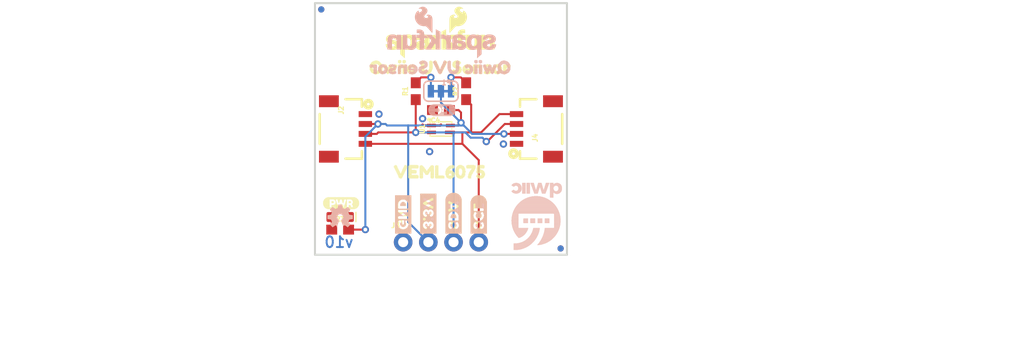
<source format=kicad_pcb>
(kicad_pcb (version 20211014) (generator pcbnew)
  (layers (0 "F.Cu" signal) (1 "In1.Cu" signal) (2 "In2.Cu" signal) (31 "B.Cu" signal) (34 "B.Paste" user) (35 "F.Paste" user) (36 "B.SilkS" user "B.Silkscreen") (37 "F.SilkS" user "F.Silkscreen") (38 "B.Mask" user) (39 "F.Mask" user) (44 "Edge.Cuts" user))
  (net 0 "")
  (net 1 "3.3V")
  (net 2 "GND")
  (net 3 "N$3")
  (net 4 "SDA")
  (net 5 "SCL")
  (net 6 "N$4")
  (net 7 "N$5")
  (footprint "boardEagle:1X04_1MM_RA" (layer "F.Cu") (at 156.1211 105.0036 90)
    (fp_text reference "J4" (at -1.397 2.159 90) (layer "F.SilkS") (effects (font (size 0.48768 0.48768) (thickness 0.12192)) (justify left bottom)))
    (fp_text value "")
    (pad "1" smd rect (at -1.5 0 90) (size 0.6 1.35) (layers "F.Cu" "F.Paste" "F.Mask") (net 2 "GND"))
    (pad "2" smd rect (at -0.5 0 90) (size 0.6 1.35) (layers "F.Cu" "F.Paste" "F.Mask") (net 1 "3.3V"))
    (pad "3" smd rect (at 0.5 0 90) (size 0.6 1.35) (layers "F.Cu" "F.Paste" "F.Mask") (net 4 "SDA"))
    (pad "4" smd rect (at 1.5 0 90) (size 0.6 1.35) (layers "F.Cu" "F.Paste" "F.Mask") (net 5 "SCL"))
    (pad "NC1" smd rect (at 2.8 3.675 90) (size 1.2 2) (layers "F.Cu" "F.Paste" "F.Mask"))
    (pad "NC2" smd rect (at -2.8 3.675 90) (size 1.2 2) (layers "F.Cu" "F.Paste" "F.Mask"))
  )
  (footprint "boardEagle:1X04_1MM_RA" (layer "F.Cu") (at 140.8811 105.0036 -90)
    (fp_text reference "J2" (at -1.397 2.159 -90) (layer "F.SilkS") (effects (font (size 0.48768 0.48768) (thickness 0.12192)) (justify left bottom)))
    (fp_text value "")
    (pad "1" smd rect (at -1.5 0 270) (size 0.6 1.35) (layers "F.Cu" "F.Paste" "F.Mask") (net 2 "GND"))
    (pad "2" smd rect (at -0.5 0 270) (size 0.6 1.35) (layers "F.Cu" "F.Paste" "F.Mask") (net 1 "3.3V"))
    (pad "3" smd rect (at 0.5 0 270) (size 0.6 1.35) (layers "F.Cu" "F.Paste" "F.Mask") (net 4 "SDA"))
    (pad "4" smd rect (at 1.5 0 270) (size 0.6 1.35) (layers "F.Cu" "F.Paste" "F.Mask") (net 5 "SCL"))
    (pad "NC1" smd rect (at 2.8 3.675 270) (size 1.2 2) (layers "F.Cu" "F.Paste" "F.Mask"))
    (pad "NC2" smd rect (at -2.8 3.675 270) (size 1.2 2) (layers "F.Cu" "F.Paste" "F.Mask"))
  )
  (footprint "boardEagle:3#3V2" (layer "F.Cu") (at 147.2311 116.0526 90)
    (fp_text reference "U$21" hide)
    (fp_text value "" hide)
  )
  (footprint "boardEagle:SCL9" (layer "F.Cu") (at 152.3111 116.0526 90)
    (fp_text reference "U$26" hide)
    (fp_text value "" hide)
  )
  (footprint "boardEagle:GND1" (layer "F.Cu") (at 144.6911 116.0526 90)
    (fp_text reference "U$22" hide)
    (fp_text value "" hide)
  )
  (footprint "boardEagle:0603" (layer "F.Cu") (at 145.9611 101.1936 90)
    (fp_text reference "R1" (at 0 -0.762 90) (layer "F.SilkS") (effects (font (size 0.48768 0.48768) (thickness 0.12192)) (justify bottom)))
    (fp_text value "2.2k")
    (pad "1" smd rect (at -0.85 0 90) (size 1.1 1) (layers "F.Cu" "F.Paste" "F.Mask") (net 4 "SDA"))
    (pad "2" smd rect (at 0.85 0 90) (size 1.1 1) (layers "F.Cu" "F.Paste" "F.Mask") (net 6 "N$4"))
  )
  (footprint "boardEagle:MICRO-FIDUCIAL" (layer "F.Cu") (at 136.4361 92.9386)
    (fp_text reference "JP6" hide)
    (fp_text value "FIDUCIALUFIDUCIAL" hide)
    (pad "1" smd roundrect (at 0 0) (size 0.635 0.635) (layers "F.Cu" "F.Mask") (roundrect_rratio 0.5))
  )
  (footprint "boardEagle:STAND-OFF" (layer "F.Cu") (at 138.3411 94.8436)
    (fp_text reference "JP3" hide)
    (fp_text value "STAND-OFF" hide)
    (pad "" np_thru_hole circle (at 0 0) (size 3.302 3.302) (drill 3.302) (layers *.Cu *.Mask))
  )
  (footprint "boardEagle:REVISION" (layer "F.Cu") (at 135.8011 127.8636)
    (fp_text reference "LOGO2" hide)
    (fp_text value "REVISION" hide)
  )
  (footprint "boardEagle:CREATIVE_COMMONS" (layer "F.Cu") (at 124.3711 125.3236)
    (fp_text reference "FRAME1" hide)
    (fp_text value "FRAME-LETTER" hide)
  )
  (footprint "boardEagle:PWR-()-03" (layer "F.Cu") (at 136.5631 112.4966)
    (fp_text reference "U$16" hide)
    (fp_text value "" hide)
  )
  (footprint "boardEagle:QWIIC_UV_SENSOR1" (layer "F.Cu") (at 140.1191 98.7806)
    (fp_text reference "U$5" hide)
    (fp_text value "" hide)
  )
  (footprint "boardEagle:VEML6075_A3OP" (layer "F.Cu") (at 148.5011 105.0036)
    (fp_text reference "U1" (at -1.6 0 90) (layer "F.SilkS") (effects (font (size 0.48768 0.48768) (thickness 0.12192)) (justify bottom)))
    (fp_text value "VEML6075")
    (pad "1" smd rect (at -0.95 -0.35) (size 0.9 0.35) (layers "F.Cu" "F.Paste" "F.Mask") (net 2 "GND"))
    (pad "2" smd rect (at -0.95 0.35) (size 0.9 0.35) (layers "F.Cu" "F.Paste" "F.Mask") (net 4 "SDA"))
    (pad "3" smd rect (at 0.9 0.35) (size 1 0.35) (layers "F.Cu" "F.Paste" "F.Mask") (net 5 "SCL"))
    (pad "4" smd rect (at 0.95 -0.35 180) (size 0.9 0.35) (layers "F.Cu" "F.Paste" "F.Mask") (net 1 "3.3V"))
  )
  (footprint "boardEagle:MICRO-FIDUCIAL" (layer "F.Cu") (at 160.5661 117.0686)
    (fp_text reference "JP5" hide)
    (fp_text value "FIDUCIALUFIDUCIAL" hide)
    (pad "1" smd roundrect (at 0 0) (size 0.635 0.635) (layers "F.Cu" "F.Mask") (roundrect_rratio 0.5))
  )
  (footprint "boardEagle:0603" (layer "F.Cu") (at 151.0411 101.1936 90)
    (fp_text reference "R2" (at 0 -0.762 90) (layer "F.SilkS") (effects (font (size 0.48768 0.48768) (thickness 0.12192)) (justify bottom)))
    (fp_text value "2.2k")
    (pad "1" smd rect (at -0.85 0 90) (size 1.1 1) (layers "F.Cu" "F.Paste" "F.Mask") (net 5 "SCL"))
    (pad "2" smd rect (at 0.85 0 90) (size 1.1 1) (layers "F.Cu" "F.Paste" "F.Mask") (net 7 "N$5"))
  )
  (footprint "boardEagle:LED-0603" (layer "F.Cu") (at 138.3411 113.8936)
    (fp_text reference "D1" (at 0 -0.635) (layer "F.SilkS") (effects (font (size 0.48768 0.48768) (thickness 0.12192)) (justify bottom)))
    (fp_text value "RED")
    (pad "A" smd roundrect (at -0.877 0 270) (size 1 1) (layers "F.Cu" "F.Paste" "F.Mask") (roundrect_rratio 0.15) (net 3 "N$3"))
    (pad "C" smd roundrect (at 0.877 0 270) (size 1 1) (layers "F.Cu" "F.Paste" "F.Mask") (roundrect_rratio 0.15) (net 2 "GND"))
  )
  (footprint "boardEagle:0603" (layer "F.Cu") (at 138.3411 115.1636)
    (fp_text reference "R3" (at 0 -0.762) (layer "F.SilkS") (effects (font (size 0.48768 0.48768) (thickness 0.12192)) (justify bottom)))
    (fp_text value "1k")
    (pad "1" smd rect (at -0.85 0) (size 1.1 1) (layers "F.Cu" "F.Paste" "F.Mask") (net 3 "N$3"))
    (pad "2" smd rect (at 0.85 0) (size 1.1 1) (layers "F.Cu" "F.Paste" "F.Mask") (net 1 "3.3V"))
  )
  (footprint "boardEagle:SFE_LOGO_NAME_FLAME_.1" (layer "F.Cu") (at 148.5011 96.3676)
    (fp_text reference "U$1" hide)
    (fp_text value "SFE_LOGO_NAME_FLAME.1_INCH" hide)
  )
  (footprint "boardEagle:STAND-OFF" (layer "F.Cu") (at 158.6611 94.8436 90)
    (fp_text reference "JP4" hide)
    (fp_text value "STAND-OFF" hide)
    (pad "" np_thru_hole circle (at 0 0 90) (size 3.302 3.302) (drill 3.302) (layers *.Cu *.Mask))
  )
  (footprint "boardEagle:SDA8" (layer "F.Cu") (at 149.7711 116.0526 90)
    (fp_text reference "U$27" hide)
    (fp_text value "" hide)
  )
  (footprint "boardEagle:_VEML60750" (layer "F.Cu") (at 142.1511 109.3216)
    (fp_text reference "U$6" hide)
    (fp_text value "" hide)
  )
  (footprint "boardEagle:1X04_NO_SILK" (layer "F.Cu") (at 144.6911 116.4336)
    (fp_text reference "J3" (at -1.27 -1.397) (layer "F.SilkS") (effects (font (size 0.48768 0.48768) (thickness 0.12192)) (justify left bottom)))
    (fp_text value "PTH")
    (pad "1" thru_hole circle (at 0 0 90) (size 1.8796 1.8796) (drill 1.016) (layers *.Cu *.Mask) (net 2 "GND"))
    (pad "2" thru_hole circle (at 2.54 0 90) (size 1.8796 1.8796) (drill 1.016) (layers *.Cu *.Mask) (net 1 "3.3V"))
    (pad "3" thru_hole circle (at 5.08 0 90) (size 1.8796 1.8796) (drill 1.016) (layers *.Cu *.Mask) (net 4 "SDA"))
    (pad "4" thru_hole circle (at 7.62 0 90) (size 1.8796 1.8796) (drill 1.016) (layers *.Cu *.Mask) (net 5 "SCL"))
  )
  (footprint "boardEagle:0603" (layer "F.Cu") (at 148.5011 103.0986 180)
    (fp_text reference "C4" (at 0 -0.762 180) (layer "F.SilkS") (effects (font (size 0.48768 0.48768) (thickness 0.12192)) (justify right top)))
    (fp_text value "0.1uF")
    (pad "1" smd rect (at -0.85 0 180) (size 1.1 1) (layers "F.Cu" "F.Paste" "F.Mask") (net 1 "3.3V"))
    (pad "2" smd rect (at 0.85 0 180) (size 1.1 1) (layers "F.Cu" "F.Paste" "F.Mask") (net 2 "GND"))
  )
  (footprint "boardEagle:SCL9" (layer "B.Cu") (at 152.3111 116.0526 90)
    (fp_text reference "U$9" hide)
    (fp_text value "" hide)
  )
  (footprint "boardEagle:MICRO-FIDUCIAL" (layer "B.Cu") (at 160.5661 117.0686 180)
    (fp_text reference "JP2" hide)
    (fp_text value "FIDUCIALUFIDUCIAL" hide)
    (pad "1" smd roundrect (at 0 0 180) (size 0.635 0.635) (layers "B.Cu" "B.Mask") (roundrect_rratio 0.5))
  )
  (footprint "boardEagle:SDA8" (layer "B.Cu") (at 149.7711 116.0526 90)
    (fp_text reference "U$8" hide)
    (fp_text value "" hide)
  )
  (footprint "boardEagle:OSHW-LOGO-MINI" (layer "B.Cu") (at 138.3411 113.8936 180)
    (fp_text reference "LOGO1" hide)
    (fp_text value "OSHW-LOGOMINI" hide)
  )
  (footprint "boardEagle:SFE_LOGO_NAME_FLAME_.1" (layer "B.Cu") (at 148.5011 96.3676 180)
    (fp_text reference "U$2" hide)
    (fp_text value "SFE_LOGO_NAME_FLAME.1_INCH" hide)
  )
  (footprint "boardEagle:I_SUPER2_C-()-03" (layer "B.Cu") (at 150.0251 103.0986 180)
    (fp_text reference "U$10" hide)
    (fp_text value "" hide)
  )
  (footprint "boardEagle:QWIIC-LOGO-MEDIUM" (layer "B.Cu") (at 158.1531 113.7666 180)
    (fp_text reference "U$3" hide)
    (fp_text value "" hide)
  )
  (footprint "boardEagle:GND1" (layer "B.Cu") (at 144.6911 116.0526 90)
    (fp_text reference "U$4" hide)
    (fp_text value "" hide)
  )
  (footprint "boardEagle:SMT-JUMPER_3_2-NC_TRACE_SILK" (layer "B.Cu") (at 148.5011 101.1936 180)
    (fp_text reference "JP1" (at 0 1.143) (layer "B.SilkS") (effects (font (size 0.48768 0.48768) (thickness 0.12192)) (justify right top mirror)))
    (fp_text value "I2C")
    (fp_poly (pts (xy -0.7112 -0.127) (xy -0.3048 -0.127) (xy -0.3048 0.127) (xy -0.7112 0.127)) (layer "B.Cu") (width 0) (fill solid))
    (fp_poly (pts (xy 0.3048 -0.127) (xy 0.7112 -0.127) (xy 0.7112 0.127) (xy 0.3048 0.127)) (layer "B.Cu") (width 0) (fill solid))
    (pad "1" smd rect (at -1.016 0 180) (size 0.635 1.27) (layers "B.Cu" "B.Mask") (net 7 "N$5"))
    (pad "2" smd rect (at 0 0 180) (size 0.635 1.27) (layers "B.Cu" "B.Mask") (net 1 "3.3V"))
    (pad "3" smd rect (at 1.016 0 180) (size 0.635 1.27) (layers "B.Cu" "B.Mask") (net 6 "N$4"))
  )
  (footprint "boardEagle:QWIIC_UV_SENSOR1" (layer "B.Cu") (at 156.7053 98.7806 180)
    (fp_text reference "U$11" hide)
    (fp_text value "" hide)
  )
  (footprint "boardEagle:MICRO-FIDUCIAL" (layer "B.Cu") (at 136.4361 92.9386 180)
    (fp_text reference "JP7" hide)
    (fp_text value "FIDUCIALUFIDUCIAL" hide)
    (pad "1" smd roundrect (at 0 0 180) (size 0.635 0.635) (layers "B.Cu" "B.Mask") (roundrect_rratio 0.5))
  )
  (footprint "boardEagle:3#3V2" (layer "B.Cu") (at 147.2311 116.0526 90)
    (fp_text reference "U$7" hide)
    (fp_text value "" hide)
  )
  (gr_line (start 135.8011 117.7036) (end 161.2011 117.7036) (layer "Edge.Cuts") (width 0.2032))
  (gr_line (start 135.8011 92.3036) (end 135.8011 117.7036) (layer "Edge.Cuts") (width 0.2032))
  (gr_line (start 161.2011 117.7036) (end 161.2011 92.3036) (layer "Edge.Cuts") (width 0.2032))
  (gr_line (start 161.2011 92.3036) (end 135.8011 92.3036) (layer "Edge.Cuts") (width 0.2032))
  (gr_text "v10" (at 138.2141 116.4336) (layer "B.Cu") (effects (font (size 1.0795 1.0795) (thickness 0.1905)) (justify mirror)))
  (segment (start 150.5246 103.3441) (end 150.5246 104.3771) (width 0.2032) (layer "F.Cu") (net 1))
  (segment (start 150.2791 103.0986) (end 150.5246 103.3441) (width 0.2032) (layer "F.Cu") (net 1))
  (segment (start 156.1211 105.5036) (end 154.8511 105.5036) (width 0.2032) (layer "F.Cu") (net 1))
  (segment (start 140.8811 104.5036) (end 142.1511 104.5036) (width 0.2032) (layer "F.Cu") (net 1))
  (segment (start 139.1911 115.1636) (end 140.8811 115.1636) (width 0.2032) (layer "F.Cu") (net 1))
  (segment (start 150.5246 104.3771) (end 150.2481 104.6536) (width 0.2032) (layer "F.Cu") (net 1))
  (segment (start 149.3511 103.0986) (end 150.2791 103.0986) (width 0.2032) (layer "F.Cu") (net 1))
  (segment (start 150.2481 104.6536) (end 149.4511 104.6536) (width 0.2032) (layer "F.Cu") (net 1))
  (via (at 140.8811 115.1636) (size 0.7366) (drill 0.381) (layers "F.Cu" "B.Cu") (net 1))
  (via (at 142.1511 104.5036) (size 0.7366) (drill 0.381) (layers "F.Cu" "B.Cu") (net 1))
  (via (at 154.8511 105.5036) (size 0.7366) (drill 0.381) (layers "F.Cu" "B.Cu") (net 1))
  (via (at 150.5246 104.3771) (size 0.7366) (drill 0.381) (layers "F.Cu" "B.Cu") (net 1))
  (segment (start 140.8811 115.1636) (end 140.8811 105.7736) (width 0.2032) (layer "B.Cu") (net 1))
  (segment (start 151.6511 105.5036) (end 150.8011 104.6536) (width 0.2032) (layer "B.Cu") (net 1))
  (segment (start 147.2311 116.4336) (end 145.1991 114.4016) (width 0.2032) (layer "B.Cu") (net 1))
  (segment (start 142.9211 104.5036) (end 143.0711 104.6536) (width 0.2032) (layer "B.Cu") (net 1))
  (segment (start 145.1991 104.6536) (end 150.8011 104.6536) (width 0.2032) (layer "B.Cu") (net 1))
  (segment (start 145.1991 114.4016) (end 145.1991 104.6536) (width 0.2032) (layer "B.Cu") (net 1))
  (segment (start 143.0711 104.6536) (end 145.1991 104.6536) (width 0.2032) (layer "B.Cu") (net 1))
  (segment (start 140.8811 105.7736) (end 142.1511 104.5036) (width 0.2032) (layer "B.Cu") (net 1))
  (segment (start 142.1511 104.5036) (end 142.9211 104.5036) (width 0.2032) (layer "B.Cu") (net 1))
  (segment (start 148.5011 101.1936) (end 148.5011 102.3536) (width 0.2032) (layer "B.Cu") (net 1))
  (segment (start 154.8511 105.5036) (end 151.6511 105.5036) (width 0.2032) (layer "B.Cu") (net 1))
  (segment (start 150.5246 104.3771) (end 150.8011 104.6536) (width 0.2032) (layer "B.Cu") (net 1))
  (segment (start 148.5011 102.3536) (end 150.5246 104.3771) (width 0.2032) (layer "B.Cu") (net 1))
  (segment (start 147.5511 104.6536) (end 146.7287 104.6536) (width 0.254) (layer "F.Cu") (net 2))
  (segment (start 146.7287 104.6536) (end 146.6469 104.5718) (width 0.254) (layer "F.Cu") (net 2))
  (segment (start 147.5511 104.6536) (end 148.4193 104.6536) (width 0.254) (layer "F.Cu") (net 2))
  (segment (start 148.4193 104.6536) (end 148.5011 104.5718) (width 0.254) (layer "F.Cu") (net 2))
  (via (at 146.6469 103.9622) (size 0.7366) (drill 0.381) (layers "F.Cu" "B.Cu") (net 2))
  (via (at 142.2527 103.505) (size 0.7366) (drill 0.381) (layers "F.Cu" "B.Cu") (net 2))
  (via (at 154.8003 106.5276) (size 0.7366) (drill 0.381) (layers "F.Cu" "B.Cu") (net 2))
  (via (at 147.3581 107.2896) (size 0.7366) (drill 0.381) (layers "F.Cu" "B.Cu") (net 2))
  (segment (start 137.4911 115.1636) (end 137.4911 113.9206) (width 0.2032) (layer "F.Cu") (net 3))
  (segment (start 137.4911 113.9206) (end 137.4641 113.8936) (width 0.2032) (layer "F.Cu") (net 3))
  (segment (start 147.5511 105.3536) (end 145.9611 105.3536) (width 0.2032) (layer "F.Cu") (net 4))
  (segment (start 145.9611 105.3536) (end 142.1821 105.3536) (width 0.2032) (layer "F.Cu") (net 4))
  (segment (start 153.0731 106.2736) (end 153.165112 106.2736) (width 0.2032) (layer "F.Cu") (net 4))
  (segment (start 154.935112 104.5036) (end 156.1211 104.5036) (width 0.2032) (layer "F.Cu") (net 4))
  (segment (start 153.165112 106.2736) (end 154.935112 104.5036) (width 0.2032) (layer "F.Cu") (net 4))
  (segment (start 142.0321 105.5036) (end 140.8811 105.5036) (width 0.2032) (layer "F.Cu") (net 4))
  (segment (start 142.1821 105.3536) (end 142.0321 105.5036) (width 0.2032) (layer "F.Cu") (net 4))
  (segment (start 145.9611 102.0436) (end 145.9611 105.3536) (width 0.2032) (layer "F.Cu") (net 4))
  (via (at 153.0731 106.2736) (size 0.7366) (drill 0.381) (layers "F.Cu" "B.Cu") (net 4))
  (via (at 145.9611 105.3536) (size 0.7366) (drill 0.381) (layers "F.Cu" "B.Cu") (net 4))
  (segment (start 152.6841 105.8846) (end 153.0731 106.2736) (width 0.2032) (layer "B.Cu") (net 4))
  (segment (start 149.7711 116.4336) (end 149.7711 105.3536) (width 0.2032) (layer "B.Cu") (net 4))
  (segment (start 145.9611 105.3536) (end 149.7711 105.3536) (width 0.2032) (layer "B.Cu") (net 4))
  (segment (start 150.962281 105.3536) (end 151.493281 105.8846) (width 0.2032) (layer "B.Cu") (net 4))
  (segment (start 149.7711 105.3536) (end 150.962281 105.3536) (width 0.2032) (layer "B.Cu") (net 4))
  (segment (start 151.493281 105.8846) (end 152.6841 105.8846) (width 0.2032) (layer "B.Cu") (net 4))
  (segment (start 152.3111 108.1496) (end 152.3111 116.4336) (width 0.2032) (layer "F.Cu") (net 5))
  (segment (start 154.4011 103.5036) (end 152.5511 105.3536) (width 0.2032) (layer "F.Cu") (net 5))
  (segment (start 150.6601 106.5036) (end 150.6651 106.5036) (width 0.2032) (layer "F.Cu") (net 5))
  (segment (start 152.5511 105.3536) (end 151.5491 105.3536) (width 0.2032) (layer "F.Cu") (net 5))
  (segment (start 150.6601 105.3536) (end 149.4011 105.3536) (width 0.2032) (layer "F.Cu") (net 5))
  (segment (start 151.0411 102.0436) (end 151.5491 102.5516) (width 0.2032) (layer "F.Cu") (net 5))
  (segment (start 156.1211 103.5036) (end 154.4011 103.5036) (width 0.2032) (layer "F.Cu") (net 5))
  (segment (start 150.6601 105.3536) (end 150.6601 106.5036) (width 0.2032) (layer "F.Cu") (net 5))
  (segment (start 151.5491 105.3536) (end 150.6601 105.3536) (width 0.2032) (layer "F.Cu") (net 5))
  (segment (start 150.6651 106.5036) (end 152.3111 108.1496) (width 0.2032) (layer "F.Cu") (net 5))
  (segment (start 140.8811 106.5036) (end 150.6601 106.5036) (width 0.2032) (layer "F.Cu") (net 5))
  (segment (start 151.5491 102.5516) (end 151.5491 105.3536) (width 0.2032) (layer "F.Cu") (net 5))
  (segment (start 145.9611 100.3436) (end 146.5081 99.7966) (width 0.2032) (layer "F.Cu") (net 6))
  (segment (start 146.5081 99.7966) (end 147.4851 99.7966) (width 0.2032) (layer "F.Cu") (net 6))
  (via (at 147.4851 99.7966) (size 0.7366) (drill 0.381) (layers "F.Cu" "B.Cu") (net 6))
  (segment (start 147.4851 99.7966) (end 147.4851 101.1936) (width 0.2032) (layer "B.Cu") (net 6))
  (segment (start 151.0411 100.3436) (end 150.4941 99.7966) (width 0.2032) (layer "F.Cu") (net 7))
  (segment (start 150.4941 99.7966) (end 149.5171 99.7966) (width 0.2032) (layer "F.Cu") (net 7))
  (via (at 149.5171 99.7966) (size 0.7366) (drill 0.381) (layers "F.Cu" "B.Cu") (net 7))
  (segment (start 149.5171 99.7966) (end 149.5171 101.1936) (width 0.2032) (layer "B.Cu") (net 7))
)
</source>
